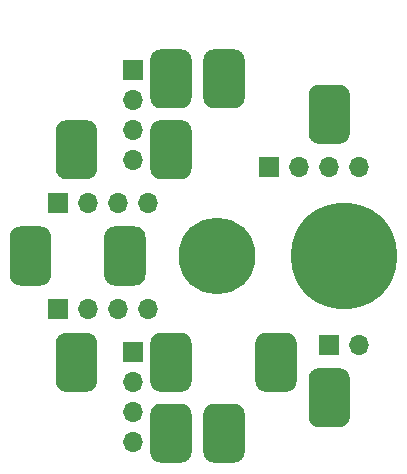
<source format=gbr>
%TF.GenerationSoftware,KiCad,Pcbnew,5.1.12-84ad8e8a86~92~ubuntu20.04.1*%
%TF.CreationDate,2022-08-08T17:47:05+02:00*%
%TF.ProjectId,saba-fernbedienung-anschlussstecker,73616261-2d66-4657-926e-62656469656e,1*%
%TF.SameCoordinates,Original*%
%TF.FileFunction,Soldermask,Bot*%
%TF.FilePolarity,Negative*%
%FSLAX46Y46*%
G04 Gerber Fmt 4.6, Leading zero omitted, Abs format (unit mm)*
G04 Created by KiCad (PCBNEW 5.1.12-84ad8e8a86~92~ubuntu20.04.1) date 2022-08-08 17:47:05*
%MOMM*%
%LPD*%
G01*
G04 APERTURE LIST*
%ADD10C,9.000000*%
%ADD11C,6.500000*%
%ADD12O,1.700000X1.700000*%
%ADD13R,1.700000X1.700000*%
G04 APERTURE END LIST*
%TO.C,X101*%
G36*
G01*
X137750000Y-93625000D02*
X137750000Y-90375000D01*
G75*
G02*
X138625000Y-89500000I875000J0D01*
G01*
X140375000Y-89500000D01*
G75*
G02*
X141250000Y-90375000I0J-875000D01*
G01*
X141250000Y-93625000D01*
G75*
G02*
X140375000Y-94500000I-875000J0D01*
G01*
X138625000Y-94500000D01*
G75*
G02*
X137750000Y-93625000I0J875000D01*
G01*
G37*
G36*
G01*
X133250000Y-90625000D02*
X133250000Y-87375000D01*
G75*
G02*
X134125000Y-86500000I875000J0D01*
G01*
X135875000Y-86500000D01*
G75*
G02*
X136750000Y-87375000I0J-875000D01*
G01*
X136750000Y-90625000D01*
G75*
G02*
X135875000Y-91500000I-875000J0D01*
G01*
X134125000Y-91500000D01*
G75*
G02*
X133250000Y-90625000I0J875000D01*
G01*
G37*
G36*
G01*
X137750000Y-69625000D02*
X137750000Y-66375000D01*
G75*
G02*
X138625000Y-65500000I875000J0D01*
G01*
X140375000Y-65500000D01*
G75*
G02*
X141250000Y-66375000I0J-875000D01*
G01*
X141250000Y-69625000D01*
G75*
G02*
X140375000Y-70500000I-875000J0D01*
G01*
X138625000Y-70500000D01*
G75*
G02*
X137750000Y-69625000I0J875000D01*
G01*
G37*
G36*
G01*
X128850000Y-96625000D02*
X128850000Y-93375000D01*
G75*
G02*
X129725000Y-92500000I875000J0D01*
G01*
X131475000Y-92500000D01*
G75*
G02*
X132350000Y-93375000I0J-875000D01*
G01*
X132350000Y-96625000D01*
G75*
G02*
X131475000Y-97500000I-875000J0D01*
G01*
X129725000Y-97500000D01*
G75*
G02*
X128850000Y-96625000I0J875000D01*
G01*
G37*
G36*
G01*
X128850000Y-66625000D02*
X128850000Y-63375000D01*
G75*
G02*
X129725000Y-62500000I875000J0D01*
G01*
X131475000Y-62500000D01*
G75*
G02*
X132350000Y-63375000I0J-875000D01*
G01*
X132350000Y-66625000D01*
G75*
G02*
X131475000Y-67500000I-875000J0D01*
G01*
X129725000Y-67500000D01*
G75*
G02*
X128850000Y-66625000I0J875000D01*
G01*
G37*
G36*
G01*
X124350000Y-96625000D02*
X124350000Y-93375000D01*
G75*
G02*
X125225000Y-92500000I875000J0D01*
G01*
X126975000Y-92500000D01*
G75*
G02*
X127850000Y-93375000I0J-875000D01*
G01*
X127850000Y-96625000D01*
G75*
G02*
X126975000Y-97500000I-875000J0D01*
G01*
X125225000Y-97500000D01*
G75*
G02*
X124350000Y-96625000I0J875000D01*
G01*
G37*
G36*
G01*
X124350000Y-90625000D02*
X124350000Y-87375000D01*
G75*
G02*
X125225000Y-86500000I875000J0D01*
G01*
X126975000Y-86500000D01*
G75*
G02*
X127850000Y-87375000I0J-875000D01*
G01*
X127850000Y-90625000D01*
G75*
G02*
X126975000Y-91500000I-875000J0D01*
G01*
X125225000Y-91500000D01*
G75*
G02*
X124350000Y-90625000I0J875000D01*
G01*
G37*
G36*
G01*
X124350000Y-72625000D02*
X124350000Y-69375000D01*
G75*
G02*
X125225000Y-68500000I875000J0D01*
G01*
X126975000Y-68500000D01*
G75*
G02*
X127850000Y-69375000I0J-875000D01*
G01*
X127850000Y-72625000D01*
G75*
G02*
X126975000Y-73500000I-875000J0D01*
G01*
X125225000Y-73500000D01*
G75*
G02*
X124350000Y-72625000I0J875000D01*
G01*
G37*
G36*
G01*
X120450000Y-81625000D02*
X120450000Y-78375000D01*
G75*
G02*
X121325000Y-77500000I875000J0D01*
G01*
X123075000Y-77500000D01*
G75*
G02*
X123950000Y-78375000I0J-875000D01*
G01*
X123950000Y-81625000D01*
G75*
G02*
X123075000Y-82500000I-875000J0D01*
G01*
X121325000Y-82500000D01*
G75*
G02*
X120450000Y-81625000I0J875000D01*
G01*
G37*
G36*
G01*
X116350000Y-90625000D02*
X116350000Y-87375000D01*
G75*
G02*
X117225000Y-86500000I875000J0D01*
G01*
X118975000Y-86500000D01*
G75*
G02*
X119850000Y-87375000I0J-875000D01*
G01*
X119850000Y-90625000D01*
G75*
G02*
X118975000Y-91500000I-875000J0D01*
G01*
X117225000Y-91500000D01*
G75*
G02*
X116350000Y-90625000I0J875000D01*
G01*
G37*
G36*
G01*
X116350000Y-72625000D02*
X116350000Y-69375000D01*
G75*
G02*
X117225000Y-68500000I875000J0D01*
G01*
X118975000Y-68500000D01*
G75*
G02*
X119850000Y-69375000I0J-875000D01*
G01*
X119850000Y-72625000D01*
G75*
G02*
X118975000Y-73500000I-875000J0D01*
G01*
X117225000Y-73500000D01*
G75*
G02*
X116350000Y-72625000I0J875000D01*
G01*
G37*
G36*
G01*
X112450000Y-81625000D02*
X112450000Y-78375000D01*
G75*
G02*
X113325000Y-77500000I875000J0D01*
G01*
X115075000Y-77500000D01*
G75*
G02*
X115950000Y-78375000I0J-875000D01*
G01*
X115950000Y-81625000D01*
G75*
G02*
X115075000Y-82500000I-875000J0D01*
G01*
X113325000Y-82500000D01*
G75*
G02*
X112450000Y-81625000I0J875000D01*
G01*
G37*
D10*
X140750000Y-80000000D03*
D11*
X130000000Y-80000000D03*
G36*
G01*
X124350000Y-66625000D02*
X124350000Y-63375000D01*
G75*
G02*
X125225000Y-62500000I875000J0D01*
G01*
X126975000Y-62500000D01*
G75*
G02*
X127850000Y-63375000I0J-875000D01*
G01*
X127850000Y-66625000D01*
G75*
G02*
X126975000Y-67500000I-875000J0D01*
G01*
X125225000Y-67500000D01*
G75*
G02*
X124350000Y-66625000I0J875000D01*
G01*
G37*
%TD*%
D12*
%TO.C,J101*%
X124120000Y-75500000D03*
X121580000Y-75500000D03*
X119040000Y-75500000D03*
D13*
X116500000Y-75500000D03*
%TD*%
D12*
%TO.C,J104*%
X142040000Y-87500000D03*
D13*
X139500000Y-87500000D03*
%TD*%
D12*
%TO.C,J106*%
X122900000Y-95720000D03*
X122900000Y-93180000D03*
X122900000Y-90640000D03*
D13*
X122900000Y-88100000D03*
%TD*%
D12*
%TO.C,J105*%
X142020000Y-72500000D03*
X139480000Y-72500000D03*
X136940000Y-72500000D03*
D13*
X134400000Y-72500000D03*
%TD*%
D12*
%TO.C,J103*%
X124120000Y-84500000D03*
X121580000Y-84500000D03*
X119040000Y-84500000D03*
D13*
X116500000Y-84500000D03*
%TD*%
D12*
%TO.C,J102*%
X122900000Y-71900000D03*
X122900000Y-69360000D03*
X122900000Y-66820000D03*
D13*
X122900000Y-64280000D03*
%TD*%
M02*

</source>
